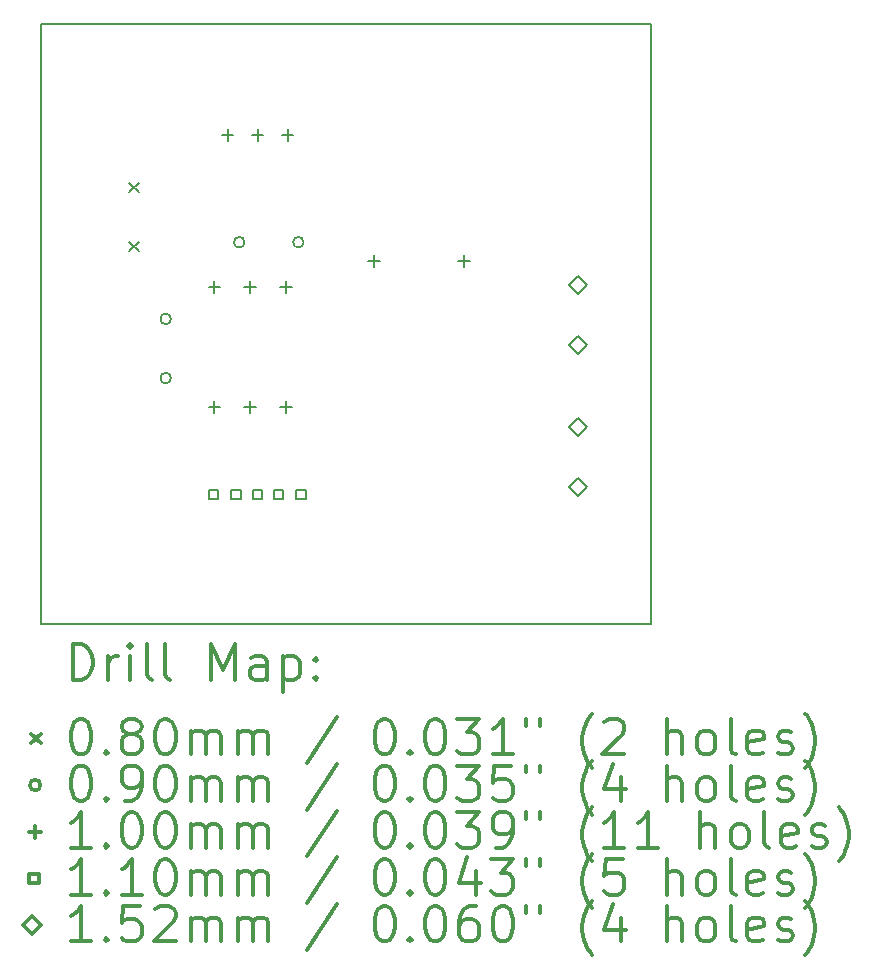
<source format=gbr>
%FSLAX45Y45*%
G04 Gerber Fmt 4.5, Leading zero omitted, Abs format (unit mm)*
G04 Created by KiCad (PCBNEW no-vcs-found-product) date Вт 05 июл 2016 14:43:38*
%MOMM*%
G01*
G04 APERTURE LIST*
%ADD10C,0.127000*%
%ADD11C,0.150000*%
%ADD12C,0.200000*%
%ADD13C,0.300000*%
G04 APERTURE END LIST*
D10*
D11*
X19720000Y-7835000D02*
X19127500Y-7835000D01*
X19720000Y-12915000D02*
X19720000Y-7835000D01*
X14557500Y-12915000D02*
X19720000Y-12915000D01*
X14555000Y-12915000D02*
X14555000Y-7835000D01*
X14555000Y-7835000D02*
X19130000Y-7835000D01*
D12*
X15300000Y-9180000D02*
X15380000Y-9260000D01*
X15380000Y-9180000D02*
X15300000Y-9260000D01*
X15300000Y-9680000D02*
X15380000Y-9760000D01*
X15380000Y-9680000D02*
X15300000Y-9760000D01*
X15652500Y-10332500D02*
G75*
G03X15652500Y-10332500I-45000J0D01*
G01*
X15652500Y-10832500D02*
G75*
G03X15652500Y-10832500I-45000J0D01*
G01*
X16275000Y-9682500D02*
G75*
G03X16275000Y-9682500I-45000J0D01*
G01*
X16775000Y-9682500D02*
G75*
G03X16775000Y-9682500I-45000J0D01*
G01*
X16020000Y-10013962D02*
X16020000Y-10114038D01*
X15969962Y-10064000D02*
X16070038Y-10064000D01*
X16020000Y-11029962D02*
X16020000Y-11130038D01*
X15969962Y-11080000D02*
X16070038Y-11080000D01*
X16131000Y-8727462D02*
X16131000Y-8827538D01*
X16080962Y-8777500D02*
X16181038Y-8777500D01*
X16320000Y-10009962D02*
X16320000Y-10110038D01*
X16269962Y-10060000D02*
X16370038Y-10060000D01*
X16320000Y-11025962D02*
X16320000Y-11126038D01*
X16269962Y-11076000D02*
X16370038Y-11076000D01*
X16385000Y-8727462D02*
X16385000Y-8827538D01*
X16334962Y-8777500D02*
X16435038Y-8777500D01*
X16625000Y-10013962D02*
X16625000Y-10114038D01*
X16574962Y-10064000D02*
X16675038Y-10064000D01*
X16625000Y-11029962D02*
X16625000Y-11130038D01*
X16574962Y-11080000D02*
X16675038Y-11080000D01*
X16639000Y-8727462D02*
X16639000Y-8827538D01*
X16588962Y-8777500D02*
X16689038Y-8777500D01*
X17371000Y-9788962D02*
X17371000Y-9889038D01*
X17320962Y-9839000D02*
X17421038Y-9839000D01*
X18133000Y-9788962D02*
X18133000Y-9889038D01*
X18082962Y-9839000D02*
X18183038Y-9839000D01*
X16051307Y-11856329D02*
X16051307Y-11778559D01*
X15973537Y-11778559D01*
X15973537Y-11856329D01*
X16051307Y-11856329D01*
X16241299Y-11856329D02*
X16241299Y-11778559D01*
X16163529Y-11778559D01*
X16163529Y-11856329D01*
X16241299Y-11856329D01*
X16421385Y-11856329D02*
X16421385Y-11778559D01*
X16343615Y-11778559D01*
X16343615Y-11856329D01*
X16421385Y-11856329D01*
X16601471Y-11856329D02*
X16601471Y-11778559D01*
X16523701Y-11778559D01*
X16523701Y-11856329D01*
X16601471Y-11856329D01*
X16791463Y-11856329D02*
X16791463Y-11778559D01*
X16713693Y-11778559D01*
X16713693Y-11856329D01*
X16791463Y-11856329D01*
X19100000Y-10122200D02*
X19176200Y-10046000D01*
X19100000Y-9969800D01*
X19023800Y-10046000D01*
X19100000Y-10122200D01*
X19100000Y-10630200D02*
X19176200Y-10554000D01*
X19100000Y-10477800D01*
X19023800Y-10554000D01*
X19100000Y-10630200D01*
X19100000Y-11322200D02*
X19176200Y-11246000D01*
X19100000Y-11169800D01*
X19023800Y-11246000D01*
X19100000Y-11322200D01*
X19100000Y-11830200D02*
X19176200Y-11754000D01*
X19100000Y-11677800D01*
X19023800Y-11754000D01*
X19100000Y-11830200D01*
D13*
X14818928Y-13388214D02*
X14818928Y-13088214D01*
X14890357Y-13088214D01*
X14933214Y-13102500D01*
X14961786Y-13131071D01*
X14976071Y-13159643D01*
X14990357Y-13216786D01*
X14990357Y-13259643D01*
X14976071Y-13316786D01*
X14961786Y-13345357D01*
X14933214Y-13373929D01*
X14890357Y-13388214D01*
X14818928Y-13388214D01*
X15118928Y-13388214D02*
X15118928Y-13188214D01*
X15118928Y-13245357D02*
X15133214Y-13216786D01*
X15147500Y-13202500D01*
X15176071Y-13188214D01*
X15204643Y-13188214D01*
X15304643Y-13388214D02*
X15304643Y-13188214D01*
X15304643Y-13088214D02*
X15290357Y-13102500D01*
X15304643Y-13116786D01*
X15318928Y-13102500D01*
X15304643Y-13088214D01*
X15304643Y-13116786D01*
X15490357Y-13388214D02*
X15461786Y-13373929D01*
X15447500Y-13345357D01*
X15447500Y-13088214D01*
X15647500Y-13388214D02*
X15618928Y-13373929D01*
X15604643Y-13345357D01*
X15604643Y-13088214D01*
X15990357Y-13388214D02*
X15990357Y-13088214D01*
X16090357Y-13302500D01*
X16190357Y-13088214D01*
X16190357Y-13388214D01*
X16461786Y-13388214D02*
X16461786Y-13231071D01*
X16447500Y-13202500D01*
X16418928Y-13188214D01*
X16361786Y-13188214D01*
X16333214Y-13202500D01*
X16461786Y-13373929D02*
X16433214Y-13388214D01*
X16361786Y-13388214D01*
X16333214Y-13373929D01*
X16318928Y-13345357D01*
X16318928Y-13316786D01*
X16333214Y-13288214D01*
X16361786Y-13273929D01*
X16433214Y-13273929D01*
X16461786Y-13259643D01*
X16604643Y-13188214D02*
X16604643Y-13488214D01*
X16604643Y-13202500D02*
X16633214Y-13188214D01*
X16690357Y-13188214D01*
X16718928Y-13202500D01*
X16733214Y-13216786D01*
X16747500Y-13245357D01*
X16747500Y-13331071D01*
X16733214Y-13359643D01*
X16718928Y-13373929D01*
X16690357Y-13388214D01*
X16633214Y-13388214D01*
X16604643Y-13373929D01*
X16876071Y-13359643D02*
X16890357Y-13373929D01*
X16876071Y-13388214D01*
X16861786Y-13373929D01*
X16876071Y-13359643D01*
X16876071Y-13388214D01*
X16876071Y-13202500D02*
X16890357Y-13216786D01*
X16876071Y-13231071D01*
X16861786Y-13216786D01*
X16876071Y-13202500D01*
X16876071Y-13231071D01*
X14467500Y-13842500D02*
X14547500Y-13922500D01*
X14547500Y-13842500D02*
X14467500Y-13922500D01*
X14876071Y-13718214D02*
X14904643Y-13718214D01*
X14933214Y-13732500D01*
X14947500Y-13746786D01*
X14961786Y-13775357D01*
X14976071Y-13832500D01*
X14976071Y-13903929D01*
X14961786Y-13961071D01*
X14947500Y-13989643D01*
X14933214Y-14003929D01*
X14904643Y-14018214D01*
X14876071Y-14018214D01*
X14847500Y-14003929D01*
X14833214Y-13989643D01*
X14818928Y-13961071D01*
X14804643Y-13903929D01*
X14804643Y-13832500D01*
X14818928Y-13775357D01*
X14833214Y-13746786D01*
X14847500Y-13732500D01*
X14876071Y-13718214D01*
X15104643Y-13989643D02*
X15118928Y-14003929D01*
X15104643Y-14018214D01*
X15090357Y-14003929D01*
X15104643Y-13989643D01*
X15104643Y-14018214D01*
X15290357Y-13846786D02*
X15261786Y-13832500D01*
X15247500Y-13818214D01*
X15233214Y-13789643D01*
X15233214Y-13775357D01*
X15247500Y-13746786D01*
X15261786Y-13732500D01*
X15290357Y-13718214D01*
X15347500Y-13718214D01*
X15376071Y-13732500D01*
X15390357Y-13746786D01*
X15404643Y-13775357D01*
X15404643Y-13789643D01*
X15390357Y-13818214D01*
X15376071Y-13832500D01*
X15347500Y-13846786D01*
X15290357Y-13846786D01*
X15261786Y-13861071D01*
X15247500Y-13875357D01*
X15233214Y-13903929D01*
X15233214Y-13961071D01*
X15247500Y-13989643D01*
X15261786Y-14003929D01*
X15290357Y-14018214D01*
X15347500Y-14018214D01*
X15376071Y-14003929D01*
X15390357Y-13989643D01*
X15404643Y-13961071D01*
X15404643Y-13903929D01*
X15390357Y-13875357D01*
X15376071Y-13861071D01*
X15347500Y-13846786D01*
X15590357Y-13718214D02*
X15618928Y-13718214D01*
X15647500Y-13732500D01*
X15661786Y-13746786D01*
X15676071Y-13775357D01*
X15690357Y-13832500D01*
X15690357Y-13903929D01*
X15676071Y-13961071D01*
X15661786Y-13989643D01*
X15647500Y-14003929D01*
X15618928Y-14018214D01*
X15590357Y-14018214D01*
X15561786Y-14003929D01*
X15547500Y-13989643D01*
X15533214Y-13961071D01*
X15518928Y-13903929D01*
X15518928Y-13832500D01*
X15533214Y-13775357D01*
X15547500Y-13746786D01*
X15561786Y-13732500D01*
X15590357Y-13718214D01*
X15818928Y-14018214D02*
X15818928Y-13818214D01*
X15818928Y-13846786D02*
X15833214Y-13832500D01*
X15861786Y-13818214D01*
X15904643Y-13818214D01*
X15933214Y-13832500D01*
X15947500Y-13861071D01*
X15947500Y-14018214D01*
X15947500Y-13861071D02*
X15961786Y-13832500D01*
X15990357Y-13818214D01*
X16033214Y-13818214D01*
X16061786Y-13832500D01*
X16076071Y-13861071D01*
X16076071Y-14018214D01*
X16218928Y-14018214D02*
X16218928Y-13818214D01*
X16218928Y-13846786D02*
X16233214Y-13832500D01*
X16261786Y-13818214D01*
X16304643Y-13818214D01*
X16333214Y-13832500D01*
X16347500Y-13861071D01*
X16347500Y-14018214D01*
X16347500Y-13861071D02*
X16361786Y-13832500D01*
X16390357Y-13818214D01*
X16433214Y-13818214D01*
X16461786Y-13832500D01*
X16476071Y-13861071D01*
X16476071Y-14018214D01*
X17061786Y-13703929D02*
X16804643Y-14089643D01*
X17447500Y-13718214D02*
X17476071Y-13718214D01*
X17504643Y-13732500D01*
X17518928Y-13746786D01*
X17533214Y-13775357D01*
X17547500Y-13832500D01*
X17547500Y-13903929D01*
X17533214Y-13961071D01*
X17518928Y-13989643D01*
X17504643Y-14003929D01*
X17476071Y-14018214D01*
X17447500Y-14018214D01*
X17418928Y-14003929D01*
X17404643Y-13989643D01*
X17390357Y-13961071D01*
X17376071Y-13903929D01*
X17376071Y-13832500D01*
X17390357Y-13775357D01*
X17404643Y-13746786D01*
X17418928Y-13732500D01*
X17447500Y-13718214D01*
X17676071Y-13989643D02*
X17690357Y-14003929D01*
X17676071Y-14018214D01*
X17661786Y-14003929D01*
X17676071Y-13989643D01*
X17676071Y-14018214D01*
X17876071Y-13718214D02*
X17904643Y-13718214D01*
X17933214Y-13732500D01*
X17947500Y-13746786D01*
X17961786Y-13775357D01*
X17976071Y-13832500D01*
X17976071Y-13903929D01*
X17961786Y-13961071D01*
X17947500Y-13989643D01*
X17933214Y-14003929D01*
X17904643Y-14018214D01*
X17876071Y-14018214D01*
X17847500Y-14003929D01*
X17833214Y-13989643D01*
X17818928Y-13961071D01*
X17804643Y-13903929D01*
X17804643Y-13832500D01*
X17818928Y-13775357D01*
X17833214Y-13746786D01*
X17847500Y-13732500D01*
X17876071Y-13718214D01*
X18076071Y-13718214D02*
X18261786Y-13718214D01*
X18161786Y-13832500D01*
X18204643Y-13832500D01*
X18233214Y-13846786D01*
X18247500Y-13861071D01*
X18261786Y-13889643D01*
X18261786Y-13961071D01*
X18247500Y-13989643D01*
X18233214Y-14003929D01*
X18204643Y-14018214D01*
X18118928Y-14018214D01*
X18090357Y-14003929D01*
X18076071Y-13989643D01*
X18547500Y-14018214D02*
X18376071Y-14018214D01*
X18461786Y-14018214D02*
X18461786Y-13718214D01*
X18433214Y-13761071D01*
X18404643Y-13789643D01*
X18376071Y-13803929D01*
X18661786Y-13718214D02*
X18661786Y-13775357D01*
X18776071Y-13718214D02*
X18776071Y-13775357D01*
X19218928Y-14132500D02*
X19204643Y-14118214D01*
X19176071Y-14075357D01*
X19161786Y-14046786D01*
X19147500Y-14003929D01*
X19133214Y-13932500D01*
X19133214Y-13875357D01*
X19147500Y-13803929D01*
X19161786Y-13761071D01*
X19176071Y-13732500D01*
X19204643Y-13689643D01*
X19218928Y-13675357D01*
X19318928Y-13746786D02*
X19333214Y-13732500D01*
X19361786Y-13718214D01*
X19433214Y-13718214D01*
X19461786Y-13732500D01*
X19476071Y-13746786D01*
X19490357Y-13775357D01*
X19490357Y-13803929D01*
X19476071Y-13846786D01*
X19304643Y-14018214D01*
X19490357Y-14018214D01*
X19847500Y-14018214D02*
X19847500Y-13718214D01*
X19976071Y-14018214D02*
X19976071Y-13861071D01*
X19961786Y-13832500D01*
X19933214Y-13818214D01*
X19890357Y-13818214D01*
X19861786Y-13832500D01*
X19847500Y-13846786D01*
X20161786Y-14018214D02*
X20133214Y-14003929D01*
X20118928Y-13989643D01*
X20104643Y-13961071D01*
X20104643Y-13875357D01*
X20118928Y-13846786D01*
X20133214Y-13832500D01*
X20161786Y-13818214D01*
X20204643Y-13818214D01*
X20233214Y-13832500D01*
X20247500Y-13846786D01*
X20261786Y-13875357D01*
X20261786Y-13961071D01*
X20247500Y-13989643D01*
X20233214Y-14003929D01*
X20204643Y-14018214D01*
X20161786Y-14018214D01*
X20433214Y-14018214D02*
X20404643Y-14003929D01*
X20390357Y-13975357D01*
X20390357Y-13718214D01*
X20661786Y-14003929D02*
X20633214Y-14018214D01*
X20576071Y-14018214D01*
X20547500Y-14003929D01*
X20533214Y-13975357D01*
X20533214Y-13861071D01*
X20547500Y-13832500D01*
X20576071Y-13818214D01*
X20633214Y-13818214D01*
X20661786Y-13832500D01*
X20676071Y-13861071D01*
X20676071Y-13889643D01*
X20533214Y-13918214D01*
X20790357Y-14003929D02*
X20818929Y-14018214D01*
X20876071Y-14018214D01*
X20904643Y-14003929D01*
X20918929Y-13975357D01*
X20918929Y-13961071D01*
X20904643Y-13932500D01*
X20876071Y-13918214D01*
X20833214Y-13918214D01*
X20804643Y-13903929D01*
X20790357Y-13875357D01*
X20790357Y-13861071D01*
X20804643Y-13832500D01*
X20833214Y-13818214D01*
X20876071Y-13818214D01*
X20904643Y-13832500D01*
X21018928Y-14132500D02*
X21033214Y-14118214D01*
X21061786Y-14075357D01*
X21076071Y-14046786D01*
X21090357Y-14003929D01*
X21104643Y-13932500D01*
X21104643Y-13875357D01*
X21090357Y-13803929D01*
X21076071Y-13761071D01*
X21061786Y-13732500D01*
X21033214Y-13689643D01*
X21018928Y-13675357D01*
X14547500Y-14278500D02*
G75*
G03X14547500Y-14278500I-45000J0D01*
G01*
X14876071Y-14114214D02*
X14904643Y-14114214D01*
X14933214Y-14128500D01*
X14947500Y-14142786D01*
X14961786Y-14171357D01*
X14976071Y-14228500D01*
X14976071Y-14299929D01*
X14961786Y-14357071D01*
X14947500Y-14385643D01*
X14933214Y-14399929D01*
X14904643Y-14414214D01*
X14876071Y-14414214D01*
X14847500Y-14399929D01*
X14833214Y-14385643D01*
X14818928Y-14357071D01*
X14804643Y-14299929D01*
X14804643Y-14228500D01*
X14818928Y-14171357D01*
X14833214Y-14142786D01*
X14847500Y-14128500D01*
X14876071Y-14114214D01*
X15104643Y-14385643D02*
X15118928Y-14399929D01*
X15104643Y-14414214D01*
X15090357Y-14399929D01*
X15104643Y-14385643D01*
X15104643Y-14414214D01*
X15261786Y-14414214D02*
X15318928Y-14414214D01*
X15347500Y-14399929D01*
X15361786Y-14385643D01*
X15390357Y-14342786D01*
X15404643Y-14285643D01*
X15404643Y-14171357D01*
X15390357Y-14142786D01*
X15376071Y-14128500D01*
X15347500Y-14114214D01*
X15290357Y-14114214D01*
X15261786Y-14128500D01*
X15247500Y-14142786D01*
X15233214Y-14171357D01*
X15233214Y-14242786D01*
X15247500Y-14271357D01*
X15261786Y-14285643D01*
X15290357Y-14299929D01*
X15347500Y-14299929D01*
X15376071Y-14285643D01*
X15390357Y-14271357D01*
X15404643Y-14242786D01*
X15590357Y-14114214D02*
X15618928Y-14114214D01*
X15647500Y-14128500D01*
X15661786Y-14142786D01*
X15676071Y-14171357D01*
X15690357Y-14228500D01*
X15690357Y-14299929D01*
X15676071Y-14357071D01*
X15661786Y-14385643D01*
X15647500Y-14399929D01*
X15618928Y-14414214D01*
X15590357Y-14414214D01*
X15561786Y-14399929D01*
X15547500Y-14385643D01*
X15533214Y-14357071D01*
X15518928Y-14299929D01*
X15518928Y-14228500D01*
X15533214Y-14171357D01*
X15547500Y-14142786D01*
X15561786Y-14128500D01*
X15590357Y-14114214D01*
X15818928Y-14414214D02*
X15818928Y-14214214D01*
X15818928Y-14242786D02*
X15833214Y-14228500D01*
X15861786Y-14214214D01*
X15904643Y-14214214D01*
X15933214Y-14228500D01*
X15947500Y-14257071D01*
X15947500Y-14414214D01*
X15947500Y-14257071D02*
X15961786Y-14228500D01*
X15990357Y-14214214D01*
X16033214Y-14214214D01*
X16061786Y-14228500D01*
X16076071Y-14257071D01*
X16076071Y-14414214D01*
X16218928Y-14414214D02*
X16218928Y-14214214D01*
X16218928Y-14242786D02*
X16233214Y-14228500D01*
X16261786Y-14214214D01*
X16304643Y-14214214D01*
X16333214Y-14228500D01*
X16347500Y-14257071D01*
X16347500Y-14414214D01*
X16347500Y-14257071D02*
X16361786Y-14228500D01*
X16390357Y-14214214D01*
X16433214Y-14214214D01*
X16461786Y-14228500D01*
X16476071Y-14257071D01*
X16476071Y-14414214D01*
X17061786Y-14099929D02*
X16804643Y-14485643D01*
X17447500Y-14114214D02*
X17476071Y-14114214D01*
X17504643Y-14128500D01*
X17518928Y-14142786D01*
X17533214Y-14171357D01*
X17547500Y-14228500D01*
X17547500Y-14299929D01*
X17533214Y-14357071D01*
X17518928Y-14385643D01*
X17504643Y-14399929D01*
X17476071Y-14414214D01*
X17447500Y-14414214D01*
X17418928Y-14399929D01*
X17404643Y-14385643D01*
X17390357Y-14357071D01*
X17376071Y-14299929D01*
X17376071Y-14228500D01*
X17390357Y-14171357D01*
X17404643Y-14142786D01*
X17418928Y-14128500D01*
X17447500Y-14114214D01*
X17676071Y-14385643D02*
X17690357Y-14399929D01*
X17676071Y-14414214D01*
X17661786Y-14399929D01*
X17676071Y-14385643D01*
X17676071Y-14414214D01*
X17876071Y-14114214D02*
X17904643Y-14114214D01*
X17933214Y-14128500D01*
X17947500Y-14142786D01*
X17961786Y-14171357D01*
X17976071Y-14228500D01*
X17976071Y-14299929D01*
X17961786Y-14357071D01*
X17947500Y-14385643D01*
X17933214Y-14399929D01*
X17904643Y-14414214D01*
X17876071Y-14414214D01*
X17847500Y-14399929D01*
X17833214Y-14385643D01*
X17818928Y-14357071D01*
X17804643Y-14299929D01*
X17804643Y-14228500D01*
X17818928Y-14171357D01*
X17833214Y-14142786D01*
X17847500Y-14128500D01*
X17876071Y-14114214D01*
X18076071Y-14114214D02*
X18261786Y-14114214D01*
X18161786Y-14228500D01*
X18204643Y-14228500D01*
X18233214Y-14242786D01*
X18247500Y-14257071D01*
X18261786Y-14285643D01*
X18261786Y-14357071D01*
X18247500Y-14385643D01*
X18233214Y-14399929D01*
X18204643Y-14414214D01*
X18118928Y-14414214D01*
X18090357Y-14399929D01*
X18076071Y-14385643D01*
X18533214Y-14114214D02*
X18390357Y-14114214D01*
X18376071Y-14257071D01*
X18390357Y-14242786D01*
X18418928Y-14228500D01*
X18490357Y-14228500D01*
X18518928Y-14242786D01*
X18533214Y-14257071D01*
X18547500Y-14285643D01*
X18547500Y-14357071D01*
X18533214Y-14385643D01*
X18518928Y-14399929D01*
X18490357Y-14414214D01*
X18418928Y-14414214D01*
X18390357Y-14399929D01*
X18376071Y-14385643D01*
X18661786Y-14114214D02*
X18661786Y-14171357D01*
X18776071Y-14114214D02*
X18776071Y-14171357D01*
X19218928Y-14528500D02*
X19204643Y-14514214D01*
X19176071Y-14471357D01*
X19161786Y-14442786D01*
X19147500Y-14399929D01*
X19133214Y-14328500D01*
X19133214Y-14271357D01*
X19147500Y-14199929D01*
X19161786Y-14157071D01*
X19176071Y-14128500D01*
X19204643Y-14085643D01*
X19218928Y-14071357D01*
X19461786Y-14214214D02*
X19461786Y-14414214D01*
X19390357Y-14099929D02*
X19318928Y-14314214D01*
X19504643Y-14314214D01*
X19847500Y-14414214D02*
X19847500Y-14114214D01*
X19976071Y-14414214D02*
X19976071Y-14257071D01*
X19961786Y-14228500D01*
X19933214Y-14214214D01*
X19890357Y-14214214D01*
X19861786Y-14228500D01*
X19847500Y-14242786D01*
X20161786Y-14414214D02*
X20133214Y-14399929D01*
X20118928Y-14385643D01*
X20104643Y-14357071D01*
X20104643Y-14271357D01*
X20118928Y-14242786D01*
X20133214Y-14228500D01*
X20161786Y-14214214D01*
X20204643Y-14214214D01*
X20233214Y-14228500D01*
X20247500Y-14242786D01*
X20261786Y-14271357D01*
X20261786Y-14357071D01*
X20247500Y-14385643D01*
X20233214Y-14399929D01*
X20204643Y-14414214D01*
X20161786Y-14414214D01*
X20433214Y-14414214D02*
X20404643Y-14399929D01*
X20390357Y-14371357D01*
X20390357Y-14114214D01*
X20661786Y-14399929D02*
X20633214Y-14414214D01*
X20576071Y-14414214D01*
X20547500Y-14399929D01*
X20533214Y-14371357D01*
X20533214Y-14257071D01*
X20547500Y-14228500D01*
X20576071Y-14214214D01*
X20633214Y-14214214D01*
X20661786Y-14228500D01*
X20676071Y-14257071D01*
X20676071Y-14285643D01*
X20533214Y-14314214D01*
X20790357Y-14399929D02*
X20818929Y-14414214D01*
X20876071Y-14414214D01*
X20904643Y-14399929D01*
X20918929Y-14371357D01*
X20918929Y-14357071D01*
X20904643Y-14328500D01*
X20876071Y-14314214D01*
X20833214Y-14314214D01*
X20804643Y-14299929D01*
X20790357Y-14271357D01*
X20790357Y-14257071D01*
X20804643Y-14228500D01*
X20833214Y-14214214D01*
X20876071Y-14214214D01*
X20904643Y-14228500D01*
X21018928Y-14528500D02*
X21033214Y-14514214D01*
X21061786Y-14471357D01*
X21076071Y-14442786D01*
X21090357Y-14399929D01*
X21104643Y-14328500D01*
X21104643Y-14271357D01*
X21090357Y-14199929D01*
X21076071Y-14157071D01*
X21061786Y-14128500D01*
X21033214Y-14085643D01*
X21018928Y-14071357D01*
X14497462Y-14624462D02*
X14497462Y-14724538D01*
X14447424Y-14674500D02*
X14547500Y-14674500D01*
X14976071Y-14810214D02*
X14804643Y-14810214D01*
X14890357Y-14810214D02*
X14890357Y-14510214D01*
X14861786Y-14553071D01*
X14833214Y-14581643D01*
X14804643Y-14595929D01*
X15104643Y-14781643D02*
X15118928Y-14795929D01*
X15104643Y-14810214D01*
X15090357Y-14795929D01*
X15104643Y-14781643D01*
X15104643Y-14810214D01*
X15304643Y-14510214D02*
X15333214Y-14510214D01*
X15361786Y-14524500D01*
X15376071Y-14538786D01*
X15390357Y-14567357D01*
X15404643Y-14624500D01*
X15404643Y-14695929D01*
X15390357Y-14753071D01*
X15376071Y-14781643D01*
X15361786Y-14795929D01*
X15333214Y-14810214D01*
X15304643Y-14810214D01*
X15276071Y-14795929D01*
X15261786Y-14781643D01*
X15247500Y-14753071D01*
X15233214Y-14695929D01*
X15233214Y-14624500D01*
X15247500Y-14567357D01*
X15261786Y-14538786D01*
X15276071Y-14524500D01*
X15304643Y-14510214D01*
X15590357Y-14510214D02*
X15618928Y-14510214D01*
X15647500Y-14524500D01*
X15661786Y-14538786D01*
X15676071Y-14567357D01*
X15690357Y-14624500D01*
X15690357Y-14695929D01*
X15676071Y-14753071D01*
X15661786Y-14781643D01*
X15647500Y-14795929D01*
X15618928Y-14810214D01*
X15590357Y-14810214D01*
X15561786Y-14795929D01*
X15547500Y-14781643D01*
X15533214Y-14753071D01*
X15518928Y-14695929D01*
X15518928Y-14624500D01*
X15533214Y-14567357D01*
X15547500Y-14538786D01*
X15561786Y-14524500D01*
X15590357Y-14510214D01*
X15818928Y-14810214D02*
X15818928Y-14610214D01*
X15818928Y-14638786D02*
X15833214Y-14624500D01*
X15861786Y-14610214D01*
X15904643Y-14610214D01*
X15933214Y-14624500D01*
X15947500Y-14653071D01*
X15947500Y-14810214D01*
X15947500Y-14653071D02*
X15961786Y-14624500D01*
X15990357Y-14610214D01*
X16033214Y-14610214D01*
X16061786Y-14624500D01*
X16076071Y-14653071D01*
X16076071Y-14810214D01*
X16218928Y-14810214D02*
X16218928Y-14610214D01*
X16218928Y-14638786D02*
X16233214Y-14624500D01*
X16261786Y-14610214D01*
X16304643Y-14610214D01*
X16333214Y-14624500D01*
X16347500Y-14653071D01*
X16347500Y-14810214D01*
X16347500Y-14653071D02*
X16361786Y-14624500D01*
X16390357Y-14610214D01*
X16433214Y-14610214D01*
X16461786Y-14624500D01*
X16476071Y-14653071D01*
X16476071Y-14810214D01*
X17061786Y-14495929D02*
X16804643Y-14881643D01*
X17447500Y-14510214D02*
X17476071Y-14510214D01*
X17504643Y-14524500D01*
X17518928Y-14538786D01*
X17533214Y-14567357D01*
X17547500Y-14624500D01*
X17547500Y-14695929D01*
X17533214Y-14753071D01*
X17518928Y-14781643D01*
X17504643Y-14795929D01*
X17476071Y-14810214D01*
X17447500Y-14810214D01*
X17418928Y-14795929D01*
X17404643Y-14781643D01*
X17390357Y-14753071D01*
X17376071Y-14695929D01*
X17376071Y-14624500D01*
X17390357Y-14567357D01*
X17404643Y-14538786D01*
X17418928Y-14524500D01*
X17447500Y-14510214D01*
X17676071Y-14781643D02*
X17690357Y-14795929D01*
X17676071Y-14810214D01*
X17661786Y-14795929D01*
X17676071Y-14781643D01*
X17676071Y-14810214D01*
X17876071Y-14510214D02*
X17904643Y-14510214D01*
X17933214Y-14524500D01*
X17947500Y-14538786D01*
X17961786Y-14567357D01*
X17976071Y-14624500D01*
X17976071Y-14695929D01*
X17961786Y-14753071D01*
X17947500Y-14781643D01*
X17933214Y-14795929D01*
X17904643Y-14810214D01*
X17876071Y-14810214D01*
X17847500Y-14795929D01*
X17833214Y-14781643D01*
X17818928Y-14753071D01*
X17804643Y-14695929D01*
X17804643Y-14624500D01*
X17818928Y-14567357D01*
X17833214Y-14538786D01*
X17847500Y-14524500D01*
X17876071Y-14510214D01*
X18076071Y-14510214D02*
X18261786Y-14510214D01*
X18161786Y-14624500D01*
X18204643Y-14624500D01*
X18233214Y-14638786D01*
X18247500Y-14653071D01*
X18261786Y-14681643D01*
X18261786Y-14753071D01*
X18247500Y-14781643D01*
X18233214Y-14795929D01*
X18204643Y-14810214D01*
X18118928Y-14810214D01*
X18090357Y-14795929D01*
X18076071Y-14781643D01*
X18404643Y-14810214D02*
X18461786Y-14810214D01*
X18490357Y-14795929D01*
X18504643Y-14781643D01*
X18533214Y-14738786D01*
X18547500Y-14681643D01*
X18547500Y-14567357D01*
X18533214Y-14538786D01*
X18518928Y-14524500D01*
X18490357Y-14510214D01*
X18433214Y-14510214D01*
X18404643Y-14524500D01*
X18390357Y-14538786D01*
X18376071Y-14567357D01*
X18376071Y-14638786D01*
X18390357Y-14667357D01*
X18404643Y-14681643D01*
X18433214Y-14695929D01*
X18490357Y-14695929D01*
X18518928Y-14681643D01*
X18533214Y-14667357D01*
X18547500Y-14638786D01*
X18661786Y-14510214D02*
X18661786Y-14567357D01*
X18776071Y-14510214D02*
X18776071Y-14567357D01*
X19218928Y-14924500D02*
X19204643Y-14910214D01*
X19176071Y-14867357D01*
X19161786Y-14838786D01*
X19147500Y-14795929D01*
X19133214Y-14724500D01*
X19133214Y-14667357D01*
X19147500Y-14595929D01*
X19161786Y-14553071D01*
X19176071Y-14524500D01*
X19204643Y-14481643D01*
X19218928Y-14467357D01*
X19490357Y-14810214D02*
X19318928Y-14810214D01*
X19404643Y-14810214D02*
X19404643Y-14510214D01*
X19376071Y-14553071D01*
X19347500Y-14581643D01*
X19318928Y-14595929D01*
X19776071Y-14810214D02*
X19604643Y-14810214D01*
X19690357Y-14810214D02*
X19690357Y-14510214D01*
X19661786Y-14553071D01*
X19633214Y-14581643D01*
X19604643Y-14595929D01*
X20133214Y-14810214D02*
X20133214Y-14510214D01*
X20261786Y-14810214D02*
X20261786Y-14653071D01*
X20247500Y-14624500D01*
X20218928Y-14610214D01*
X20176071Y-14610214D01*
X20147500Y-14624500D01*
X20133214Y-14638786D01*
X20447500Y-14810214D02*
X20418928Y-14795929D01*
X20404643Y-14781643D01*
X20390357Y-14753071D01*
X20390357Y-14667357D01*
X20404643Y-14638786D01*
X20418928Y-14624500D01*
X20447500Y-14610214D01*
X20490357Y-14610214D01*
X20518928Y-14624500D01*
X20533214Y-14638786D01*
X20547500Y-14667357D01*
X20547500Y-14753071D01*
X20533214Y-14781643D01*
X20518928Y-14795929D01*
X20490357Y-14810214D01*
X20447500Y-14810214D01*
X20718928Y-14810214D02*
X20690357Y-14795929D01*
X20676071Y-14767357D01*
X20676071Y-14510214D01*
X20947500Y-14795929D02*
X20918929Y-14810214D01*
X20861786Y-14810214D01*
X20833214Y-14795929D01*
X20818929Y-14767357D01*
X20818929Y-14653071D01*
X20833214Y-14624500D01*
X20861786Y-14610214D01*
X20918929Y-14610214D01*
X20947500Y-14624500D01*
X20961786Y-14653071D01*
X20961786Y-14681643D01*
X20818929Y-14710214D01*
X21076071Y-14795929D02*
X21104643Y-14810214D01*
X21161786Y-14810214D01*
X21190357Y-14795929D01*
X21204643Y-14767357D01*
X21204643Y-14753071D01*
X21190357Y-14724500D01*
X21161786Y-14710214D01*
X21118929Y-14710214D01*
X21090357Y-14695929D01*
X21076071Y-14667357D01*
X21076071Y-14653071D01*
X21090357Y-14624500D01*
X21118929Y-14610214D01*
X21161786Y-14610214D01*
X21190357Y-14624500D01*
X21304643Y-14924500D02*
X21318929Y-14910214D01*
X21347500Y-14867357D01*
X21361786Y-14838786D01*
X21376071Y-14795929D01*
X21390357Y-14724500D01*
X21390357Y-14667357D01*
X21376071Y-14595929D01*
X21361786Y-14553071D01*
X21347500Y-14524500D01*
X21318929Y-14481643D01*
X21304643Y-14467357D01*
X14531394Y-15109385D02*
X14531394Y-15031615D01*
X14453624Y-15031615D01*
X14453624Y-15109385D01*
X14531394Y-15109385D01*
X14976071Y-15206214D02*
X14804643Y-15206214D01*
X14890357Y-15206214D02*
X14890357Y-14906214D01*
X14861786Y-14949071D01*
X14833214Y-14977643D01*
X14804643Y-14991929D01*
X15104643Y-15177643D02*
X15118928Y-15191929D01*
X15104643Y-15206214D01*
X15090357Y-15191929D01*
X15104643Y-15177643D01*
X15104643Y-15206214D01*
X15404643Y-15206214D02*
X15233214Y-15206214D01*
X15318928Y-15206214D02*
X15318928Y-14906214D01*
X15290357Y-14949071D01*
X15261786Y-14977643D01*
X15233214Y-14991929D01*
X15590357Y-14906214D02*
X15618928Y-14906214D01*
X15647500Y-14920500D01*
X15661786Y-14934786D01*
X15676071Y-14963357D01*
X15690357Y-15020500D01*
X15690357Y-15091929D01*
X15676071Y-15149071D01*
X15661786Y-15177643D01*
X15647500Y-15191929D01*
X15618928Y-15206214D01*
X15590357Y-15206214D01*
X15561786Y-15191929D01*
X15547500Y-15177643D01*
X15533214Y-15149071D01*
X15518928Y-15091929D01*
X15518928Y-15020500D01*
X15533214Y-14963357D01*
X15547500Y-14934786D01*
X15561786Y-14920500D01*
X15590357Y-14906214D01*
X15818928Y-15206214D02*
X15818928Y-15006214D01*
X15818928Y-15034786D02*
X15833214Y-15020500D01*
X15861786Y-15006214D01*
X15904643Y-15006214D01*
X15933214Y-15020500D01*
X15947500Y-15049071D01*
X15947500Y-15206214D01*
X15947500Y-15049071D02*
X15961786Y-15020500D01*
X15990357Y-15006214D01*
X16033214Y-15006214D01*
X16061786Y-15020500D01*
X16076071Y-15049071D01*
X16076071Y-15206214D01*
X16218928Y-15206214D02*
X16218928Y-15006214D01*
X16218928Y-15034786D02*
X16233214Y-15020500D01*
X16261786Y-15006214D01*
X16304643Y-15006214D01*
X16333214Y-15020500D01*
X16347500Y-15049071D01*
X16347500Y-15206214D01*
X16347500Y-15049071D02*
X16361786Y-15020500D01*
X16390357Y-15006214D01*
X16433214Y-15006214D01*
X16461786Y-15020500D01*
X16476071Y-15049071D01*
X16476071Y-15206214D01*
X17061786Y-14891929D02*
X16804643Y-15277643D01*
X17447500Y-14906214D02*
X17476071Y-14906214D01*
X17504643Y-14920500D01*
X17518928Y-14934786D01*
X17533214Y-14963357D01*
X17547500Y-15020500D01*
X17547500Y-15091929D01*
X17533214Y-15149071D01*
X17518928Y-15177643D01*
X17504643Y-15191929D01*
X17476071Y-15206214D01*
X17447500Y-15206214D01*
X17418928Y-15191929D01*
X17404643Y-15177643D01*
X17390357Y-15149071D01*
X17376071Y-15091929D01*
X17376071Y-15020500D01*
X17390357Y-14963357D01*
X17404643Y-14934786D01*
X17418928Y-14920500D01*
X17447500Y-14906214D01*
X17676071Y-15177643D02*
X17690357Y-15191929D01*
X17676071Y-15206214D01*
X17661786Y-15191929D01*
X17676071Y-15177643D01*
X17676071Y-15206214D01*
X17876071Y-14906214D02*
X17904643Y-14906214D01*
X17933214Y-14920500D01*
X17947500Y-14934786D01*
X17961786Y-14963357D01*
X17976071Y-15020500D01*
X17976071Y-15091929D01*
X17961786Y-15149071D01*
X17947500Y-15177643D01*
X17933214Y-15191929D01*
X17904643Y-15206214D01*
X17876071Y-15206214D01*
X17847500Y-15191929D01*
X17833214Y-15177643D01*
X17818928Y-15149071D01*
X17804643Y-15091929D01*
X17804643Y-15020500D01*
X17818928Y-14963357D01*
X17833214Y-14934786D01*
X17847500Y-14920500D01*
X17876071Y-14906214D01*
X18233214Y-15006214D02*
X18233214Y-15206214D01*
X18161786Y-14891929D02*
X18090357Y-15106214D01*
X18276071Y-15106214D01*
X18361786Y-14906214D02*
X18547500Y-14906214D01*
X18447500Y-15020500D01*
X18490357Y-15020500D01*
X18518928Y-15034786D01*
X18533214Y-15049071D01*
X18547500Y-15077643D01*
X18547500Y-15149071D01*
X18533214Y-15177643D01*
X18518928Y-15191929D01*
X18490357Y-15206214D01*
X18404643Y-15206214D01*
X18376071Y-15191929D01*
X18361786Y-15177643D01*
X18661786Y-14906214D02*
X18661786Y-14963357D01*
X18776071Y-14906214D02*
X18776071Y-14963357D01*
X19218928Y-15320500D02*
X19204643Y-15306214D01*
X19176071Y-15263357D01*
X19161786Y-15234786D01*
X19147500Y-15191929D01*
X19133214Y-15120500D01*
X19133214Y-15063357D01*
X19147500Y-14991929D01*
X19161786Y-14949071D01*
X19176071Y-14920500D01*
X19204643Y-14877643D01*
X19218928Y-14863357D01*
X19476071Y-14906214D02*
X19333214Y-14906214D01*
X19318928Y-15049071D01*
X19333214Y-15034786D01*
X19361786Y-15020500D01*
X19433214Y-15020500D01*
X19461786Y-15034786D01*
X19476071Y-15049071D01*
X19490357Y-15077643D01*
X19490357Y-15149071D01*
X19476071Y-15177643D01*
X19461786Y-15191929D01*
X19433214Y-15206214D01*
X19361786Y-15206214D01*
X19333214Y-15191929D01*
X19318928Y-15177643D01*
X19847500Y-15206214D02*
X19847500Y-14906214D01*
X19976071Y-15206214D02*
X19976071Y-15049071D01*
X19961786Y-15020500D01*
X19933214Y-15006214D01*
X19890357Y-15006214D01*
X19861786Y-15020500D01*
X19847500Y-15034786D01*
X20161786Y-15206214D02*
X20133214Y-15191929D01*
X20118928Y-15177643D01*
X20104643Y-15149071D01*
X20104643Y-15063357D01*
X20118928Y-15034786D01*
X20133214Y-15020500D01*
X20161786Y-15006214D01*
X20204643Y-15006214D01*
X20233214Y-15020500D01*
X20247500Y-15034786D01*
X20261786Y-15063357D01*
X20261786Y-15149071D01*
X20247500Y-15177643D01*
X20233214Y-15191929D01*
X20204643Y-15206214D01*
X20161786Y-15206214D01*
X20433214Y-15206214D02*
X20404643Y-15191929D01*
X20390357Y-15163357D01*
X20390357Y-14906214D01*
X20661786Y-15191929D02*
X20633214Y-15206214D01*
X20576071Y-15206214D01*
X20547500Y-15191929D01*
X20533214Y-15163357D01*
X20533214Y-15049071D01*
X20547500Y-15020500D01*
X20576071Y-15006214D01*
X20633214Y-15006214D01*
X20661786Y-15020500D01*
X20676071Y-15049071D01*
X20676071Y-15077643D01*
X20533214Y-15106214D01*
X20790357Y-15191929D02*
X20818929Y-15206214D01*
X20876071Y-15206214D01*
X20904643Y-15191929D01*
X20918929Y-15163357D01*
X20918929Y-15149071D01*
X20904643Y-15120500D01*
X20876071Y-15106214D01*
X20833214Y-15106214D01*
X20804643Y-15091929D01*
X20790357Y-15063357D01*
X20790357Y-15049071D01*
X20804643Y-15020500D01*
X20833214Y-15006214D01*
X20876071Y-15006214D01*
X20904643Y-15020500D01*
X21018928Y-15320500D02*
X21033214Y-15306214D01*
X21061786Y-15263357D01*
X21076071Y-15234786D01*
X21090357Y-15191929D01*
X21104643Y-15120500D01*
X21104643Y-15063357D01*
X21090357Y-14991929D01*
X21076071Y-14949071D01*
X21061786Y-14920500D01*
X21033214Y-14877643D01*
X21018928Y-14863357D01*
X14471300Y-15542700D02*
X14547500Y-15466500D01*
X14471300Y-15390300D01*
X14395100Y-15466500D01*
X14471300Y-15542700D01*
X14976071Y-15602214D02*
X14804643Y-15602214D01*
X14890357Y-15602214D02*
X14890357Y-15302214D01*
X14861786Y-15345071D01*
X14833214Y-15373643D01*
X14804643Y-15387929D01*
X15104643Y-15573643D02*
X15118928Y-15587929D01*
X15104643Y-15602214D01*
X15090357Y-15587929D01*
X15104643Y-15573643D01*
X15104643Y-15602214D01*
X15390357Y-15302214D02*
X15247500Y-15302214D01*
X15233214Y-15445071D01*
X15247500Y-15430786D01*
X15276071Y-15416500D01*
X15347500Y-15416500D01*
X15376071Y-15430786D01*
X15390357Y-15445071D01*
X15404643Y-15473643D01*
X15404643Y-15545071D01*
X15390357Y-15573643D01*
X15376071Y-15587929D01*
X15347500Y-15602214D01*
X15276071Y-15602214D01*
X15247500Y-15587929D01*
X15233214Y-15573643D01*
X15518928Y-15330786D02*
X15533214Y-15316500D01*
X15561786Y-15302214D01*
X15633214Y-15302214D01*
X15661786Y-15316500D01*
X15676071Y-15330786D01*
X15690357Y-15359357D01*
X15690357Y-15387929D01*
X15676071Y-15430786D01*
X15504643Y-15602214D01*
X15690357Y-15602214D01*
X15818928Y-15602214D02*
X15818928Y-15402214D01*
X15818928Y-15430786D02*
X15833214Y-15416500D01*
X15861786Y-15402214D01*
X15904643Y-15402214D01*
X15933214Y-15416500D01*
X15947500Y-15445071D01*
X15947500Y-15602214D01*
X15947500Y-15445071D02*
X15961786Y-15416500D01*
X15990357Y-15402214D01*
X16033214Y-15402214D01*
X16061786Y-15416500D01*
X16076071Y-15445071D01*
X16076071Y-15602214D01*
X16218928Y-15602214D02*
X16218928Y-15402214D01*
X16218928Y-15430786D02*
X16233214Y-15416500D01*
X16261786Y-15402214D01*
X16304643Y-15402214D01*
X16333214Y-15416500D01*
X16347500Y-15445071D01*
X16347500Y-15602214D01*
X16347500Y-15445071D02*
X16361786Y-15416500D01*
X16390357Y-15402214D01*
X16433214Y-15402214D01*
X16461786Y-15416500D01*
X16476071Y-15445071D01*
X16476071Y-15602214D01*
X17061786Y-15287929D02*
X16804643Y-15673643D01*
X17447500Y-15302214D02*
X17476071Y-15302214D01*
X17504643Y-15316500D01*
X17518928Y-15330786D01*
X17533214Y-15359357D01*
X17547500Y-15416500D01*
X17547500Y-15487929D01*
X17533214Y-15545071D01*
X17518928Y-15573643D01*
X17504643Y-15587929D01*
X17476071Y-15602214D01*
X17447500Y-15602214D01*
X17418928Y-15587929D01*
X17404643Y-15573643D01*
X17390357Y-15545071D01*
X17376071Y-15487929D01*
X17376071Y-15416500D01*
X17390357Y-15359357D01*
X17404643Y-15330786D01*
X17418928Y-15316500D01*
X17447500Y-15302214D01*
X17676071Y-15573643D02*
X17690357Y-15587929D01*
X17676071Y-15602214D01*
X17661786Y-15587929D01*
X17676071Y-15573643D01*
X17676071Y-15602214D01*
X17876071Y-15302214D02*
X17904643Y-15302214D01*
X17933214Y-15316500D01*
X17947500Y-15330786D01*
X17961786Y-15359357D01*
X17976071Y-15416500D01*
X17976071Y-15487929D01*
X17961786Y-15545071D01*
X17947500Y-15573643D01*
X17933214Y-15587929D01*
X17904643Y-15602214D01*
X17876071Y-15602214D01*
X17847500Y-15587929D01*
X17833214Y-15573643D01*
X17818928Y-15545071D01*
X17804643Y-15487929D01*
X17804643Y-15416500D01*
X17818928Y-15359357D01*
X17833214Y-15330786D01*
X17847500Y-15316500D01*
X17876071Y-15302214D01*
X18233214Y-15302214D02*
X18176071Y-15302214D01*
X18147500Y-15316500D01*
X18133214Y-15330786D01*
X18104643Y-15373643D01*
X18090357Y-15430786D01*
X18090357Y-15545071D01*
X18104643Y-15573643D01*
X18118928Y-15587929D01*
X18147500Y-15602214D01*
X18204643Y-15602214D01*
X18233214Y-15587929D01*
X18247500Y-15573643D01*
X18261786Y-15545071D01*
X18261786Y-15473643D01*
X18247500Y-15445071D01*
X18233214Y-15430786D01*
X18204643Y-15416500D01*
X18147500Y-15416500D01*
X18118928Y-15430786D01*
X18104643Y-15445071D01*
X18090357Y-15473643D01*
X18447500Y-15302214D02*
X18476071Y-15302214D01*
X18504643Y-15316500D01*
X18518928Y-15330786D01*
X18533214Y-15359357D01*
X18547500Y-15416500D01*
X18547500Y-15487929D01*
X18533214Y-15545071D01*
X18518928Y-15573643D01*
X18504643Y-15587929D01*
X18476071Y-15602214D01*
X18447500Y-15602214D01*
X18418928Y-15587929D01*
X18404643Y-15573643D01*
X18390357Y-15545071D01*
X18376071Y-15487929D01*
X18376071Y-15416500D01*
X18390357Y-15359357D01*
X18404643Y-15330786D01*
X18418928Y-15316500D01*
X18447500Y-15302214D01*
X18661786Y-15302214D02*
X18661786Y-15359357D01*
X18776071Y-15302214D02*
X18776071Y-15359357D01*
X19218928Y-15716500D02*
X19204643Y-15702214D01*
X19176071Y-15659357D01*
X19161786Y-15630786D01*
X19147500Y-15587929D01*
X19133214Y-15516500D01*
X19133214Y-15459357D01*
X19147500Y-15387929D01*
X19161786Y-15345071D01*
X19176071Y-15316500D01*
X19204643Y-15273643D01*
X19218928Y-15259357D01*
X19461786Y-15402214D02*
X19461786Y-15602214D01*
X19390357Y-15287929D02*
X19318928Y-15502214D01*
X19504643Y-15502214D01*
X19847500Y-15602214D02*
X19847500Y-15302214D01*
X19976071Y-15602214D02*
X19976071Y-15445071D01*
X19961786Y-15416500D01*
X19933214Y-15402214D01*
X19890357Y-15402214D01*
X19861786Y-15416500D01*
X19847500Y-15430786D01*
X20161786Y-15602214D02*
X20133214Y-15587929D01*
X20118928Y-15573643D01*
X20104643Y-15545071D01*
X20104643Y-15459357D01*
X20118928Y-15430786D01*
X20133214Y-15416500D01*
X20161786Y-15402214D01*
X20204643Y-15402214D01*
X20233214Y-15416500D01*
X20247500Y-15430786D01*
X20261786Y-15459357D01*
X20261786Y-15545071D01*
X20247500Y-15573643D01*
X20233214Y-15587929D01*
X20204643Y-15602214D01*
X20161786Y-15602214D01*
X20433214Y-15602214D02*
X20404643Y-15587929D01*
X20390357Y-15559357D01*
X20390357Y-15302214D01*
X20661786Y-15587929D02*
X20633214Y-15602214D01*
X20576071Y-15602214D01*
X20547500Y-15587929D01*
X20533214Y-15559357D01*
X20533214Y-15445071D01*
X20547500Y-15416500D01*
X20576071Y-15402214D01*
X20633214Y-15402214D01*
X20661786Y-15416500D01*
X20676071Y-15445071D01*
X20676071Y-15473643D01*
X20533214Y-15502214D01*
X20790357Y-15587929D02*
X20818929Y-15602214D01*
X20876071Y-15602214D01*
X20904643Y-15587929D01*
X20918929Y-15559357D01*
X20918929Y-15545071D01*
X20904643Y-15516500D01*
X20876071Y-15502214D01*
X20833214Y-15502214D01*
X20804643Y-15487929D01*
X20790357Y-15459357D01*
X20790357Y-15445071D01*
X20804643Y-15416500D01*
X20833214Y-15402214D01*
X20876071Y-15402214D01*
X20904643Y-15416500D01*
X21018928Y-15716500D02*
X21033214Y-15702214D01*
X21061786Y-15659357D01*
X21076071Y-15630786D01*
X21090357Y-15587929D01*
X21104643Y-15516500D01*
X21104643Y-15459357D01*
X21090357Y-15387929D01*
X21076071Y-15345071D01*
X21061786Y-15316500D01*
X21033214Y-15273643D01*
X21018928Y-15259357D01*
M02*

</source>
